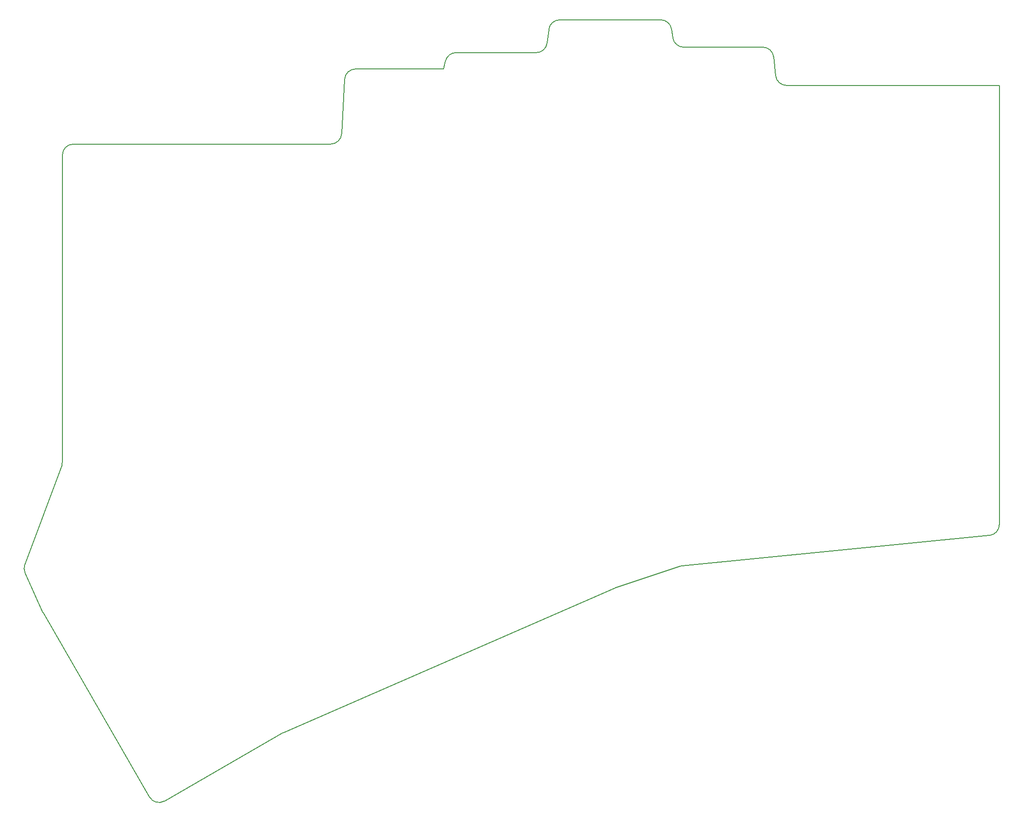
<source format=gbr>
%TF.GenerationSoftware,KiCad,Pcbnew,9.0.7*%
%TF.CreationDate,2026-01-28T22:47:07+01:00*%
%TF.ProjectId,board_right_finished,626f6172-645f-4726-9967-68745f66696e,v1.0.0*%
%TF.SameCoordinates,Original*%
%TF.FileFunction,Profile,NP*%
%FSLAX46Y46*%
G04 Gerber Fmt 4.6, Leading zero omitted, Abs format (unit mm)*
G04 Created by KiCad (PCBNEW 9.0.7) date 2026-01-28 22:47:07*
%MOMM*%
%LPD*%
G01*
G04 APERTURE LIST*
%TA.AperFunction,Profile*%
%ADD10C,0.150000*%
%TD*%
G04 APERTURE END LIST*
D10*
X104179661Y-161144466D02*
G75*
G02*
X104130565Y-159627010I1824939J818566D01*
G01*
X162124649Y-80758929D02*
G75*
G02*
X160127618Y-82650018I-1997049J108929D01*
G01*
X162668351Y-70791071D02*
G75*
G02*
X164665382Y-68899982I1997049J-108929D01*
G01*
X220549125Y-59900000D02*
G75*
G02*
X222527057Y-61603310I-25J-2000100D01*
G01*
X239224339Y-64900000D02*
X224743875Y-64900000D01*
X282521500Y-152337704D02*
G75*
G02*
X280717970Y-154328027I-2000000J4D01*
G01*
X224743875Y-64900000D02*
G75*
G02*
X222765943Y-63196690I25J2000100D01*
G01*
X199740491Y-64148069D02*
G75*
G02*
X197755936Y-65899936I-1984491J248069D01*
G01*
X151249729Y-190530083D02*
G75*
G02*
X151450124Y-190428926I999571J-1731117D01*
G01*
X181142733Y-67414868D02*
X180771400Y-68900000D01*
X129696449Y-202973875D02*
X151249729Y-190530083D01*
X282521500Y-152337704D02*
X282521500Y-71900000D01*
X224494705Y-159877967D02*
X280717970Y-154328031D01*
X282521500Y-71900000D02*
X243568661Y-71900000D01*
X200052509Y-61651931D02*
G75*
G02*
X202037064Y-59900064I1984491J-248069D01*
G01*
X110895420Y-141488064D02*
X104130546Y-159627003D01*
X220549125Y-59900000D02*
X202037064Y-59900000D01*
X212189363Y-163935826D02*
G75*
G02*
X212356511Y-163871666I799137J-1832074D01*
G01*
X151450126Y-190428930D02*
X212189363Y-163935826D01*
X181142733Y-67414868D02*
G75*
G02*
X183083002Y-65900003I1940267J-485132D01*
G01*
X104179661Y-161144466D02*
X107422648Y-168373762D01*
X243568661Y-71900000D02*
G75*
G02*
X241579992Y-70113071I39J2000100D01*
G01*
X224058720Y-159970927D02*
G75*
G02*
X224494704Y-159877961I632380J-1896873D01*
G01*
X197755936Y-65900000D02*
X183083002Y-65900000D01*
X222766002Y-63196681D02*
X222526998Y-61603319D01*
X200052509Y-61651931D02*
X199740491Y-64148069D01*
X162668351Y-70791071D02*
X162124649Y-80758929D01*
X160127618Y-82650000D02*
X113021500Y-82650000D01*
X180771400Y-68900000D02*
X164665382Y-68900000D01*
X107515402Y-168555174D02*
G75*
G02*
X107422647Y-168373762I1731798J999874D01*
G01*
X111021500Y-140789190D02*
G75*
G02*
X110895417Y-141488063I-1999900J-10D01*
G01*
X111021500Y-84650000D02*
G75*
G02*
X113021500Y-82650000I2000000J0D01*
G01*
X129696449Y-202973875D02*
G75*
G02*
X126964364Y-202241844I-1000049J1731975D01*
G01*
X239224339Y-64900000D02*
G75*
G02*
X241213008Y-66686929I-39J-2000100D01*
G01*
X111021500Y-84650000D02*
X111021500Y-140789190D01*
X107515402Y-168555174D02*
X126964399Y-202241824D01*
X241580043Y-70113066D02*
X241212957Y-66686934D01*
X212356510Y-163871663D02*
X224058720Y-159970927D01*
M02*

</source>
